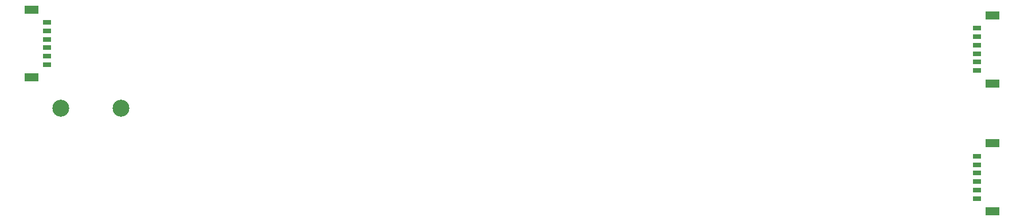
<source format=gbr>
G04 EAGLE Gerber RS-274X export*
G75*
%MOMM*%
%FSLAX34Y34*%
%LPD*%
%INSolderpaste Top*%
%IPPOS*%
%AMOC8*
5,1,8,0,0,1.08239X$1,22.5*%
G01*
G04 Define Apertures*
%ADD10C,2.500000*%
%ADD11R,1.200000X0.800000*%
%ADD12R,2.150000X1.300000*%
D10*
X63500Y812800D03*
X152400Y812800D03*
D11*
X43860Y939800D03*
X43860Y927300D03*
X43860Y914800D03*
X43860Y902300D03*
X43860Y889800D03*
X43860Y877300D03*
D12*
X20910Y958800D03*
X20910Y858300D03*
D11*
X1416640Y868680D03*
X1416640Y881180D03*
X1416640Y893680D03*
X1416640Y906180D03*
X1416640Y918680D03*
X1416640Y931180D03*
D12*
X1439590Y849680D03*
X1439590Y950180D03*
D11*
X1416640Y679450D03*
X1416640Y691950D03*
X1416640Y704450D03*
X1416640Y716950D03*
X1416640Y729450D03*
X1416640Y741950D03*
D12*
X1439590Y660450D03*
X1439590Y760950D03*
M02*

</source>
